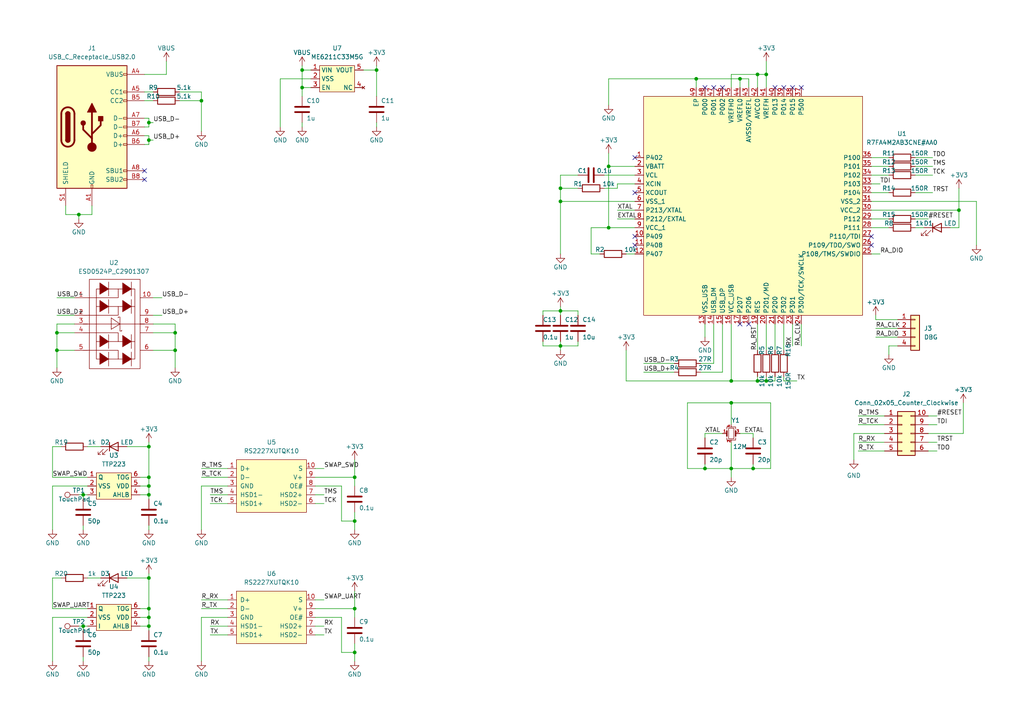
<source format=kicad_sch>
(kicad_sch (version 20230819) (generator eeschema)
  (paper "A4")
  (lib_symbols
    (symbol "Analog Switch:RS2227XUTQK10" (pin_names (offset 1.016))
      (property "Reference" "U" (at 0 10.16 0))
      (property "Value" "RS2227XUTQK10" (at 0 15.24 0))
      (symbol "RS2227XUTQK10_1_1"
        (pin bidirectional line (at -12.7 5.08 0) (length 2.54) (name "D+") (number "1"))
        (pin bidirectional line (at 12.7 5.08 180) (length 2.54) (name "S") (number "10"))
        (pin bidirectional line (at -12.7 2.54 0) (length 2.54) (name "D-") (number "2"))
        (pin power_in line (at -12.7 0 0) (length 2.54) (name "GND") (number "3"))
        (pin bidirectional line (at -12.7 -2.54 0) (length 2.54) (name "HSD1-") (number "4"))
        (pin bidirectional line (at -12.7 -5.08 0) (length 2.54) (name "HSD1+") (number "5"))
        (pin bidirectional line (at 12.7 -5.08 180) (length 2.54) (name "HSD2-") (number "6"))
        (pin bidirectional line (at 12.7 -2.54 180) (length 2.54) (name "HSD2+") (number "7"))
        (pin bidirectional line (at 12.7 0 180) (length 2.54) (name "OE#") (number "8"))
        (pin power_in line (at 12.7 2.54 180) (length 2.54) (name "V+") (number "9"))
      )
    )
    (symbol "Connector:TestPoint" (pin_numbers hide) (pin_names (offset 0.762) hide)
      (property "Reference" "TP" (at 0 6.858 0))
      (property "Value" "TestPoint" (at 0 5.08 0))
      (symbol "TestPoint_1_1"
        (pin passive line (at 0 0 90) (length 2.54) (name "1") (number "1"))
      )
    )
    (symbol "Connector:USB_C_Receptacle_USB2.0" (pin_names (offset 1.016))
      (property "Reference" "J" (at -10.16 19.05 0))
      (property "Value" "USB_C_Receptacle_USB2.0" (at 19.05 19.05 0))
      (symbol "USB_C_Receptacle_USB2.0_1_1"
        (pin passive line (at 0 -22.86 90) (length 5.08) (name "GND") (number "A1"))
        (pin passive line (at 0 -22.86 90) (length 5.08) hide (name "GND") (number "A12"))
        (pin passive line (at 15.24 15.24 180) (length 5.08) (name "VBUS") (number "A4"))
        (pin bidirectional line (at 15.24 10.16 180) (length 5.08) (name "CC1") (number "A5"))
        (pin bidirectional line (at 15.24 -2.54 180) (length 5.08) (name "D+") (number "A6"))
        (pin bidirectional line (at 15.24 2.54 180) (length 5.08) (name "D-") (number "A7"))
        (pin bidirectional line (at 15.24 -12.7 180) (length 5.08) (name "SBU1") (number "A8"))
        (pin passive line (at 15.24 15.24 180) (length 5.08) hide (name "VBUS") (number "A9"))
        (pin passive line (at 0 -22.86 90) (length 5.08) hide (name "GND") (number "B1"))
        (pin passive line (at 0 -22.86 90) (length 5.08) hide (name "GND") (number "B12"))
        (pin passive line (at 15.24 15.24 180) (length 5.08) hide (name "VBUS") (number "B4"))
        (pin bidirectional line (at 15.24 7.62 180) (length 5.08) (name "CC2") (number "B5"))
        (pin bidirectional line (at 15.24 -5.08 180) (length 5.08) (name "D+") (number "B6"))
        (pin bidirectional line (at 15.24 0 180) (length 5.08) (name "D-") (number "B7"))
        (pin bidirectional line (at 15.24 -15.24 180) (length 5.08) (name "SBU2") (number "B8"))
        (pin passive line (at 15.24 15.24 180) (length 5.08) hide (name "VBUS") (number "B9"))
        (pin passive line (at -7.62 -22.86 90) (length 5.08) (name "SHIELD") (number "S1"))
      )
    )
    (symbol "Connector_Generic:Conn_01x04" (pin_names (offset 1.016) hide)
      (property "Reference" "J" (at 0 5.08 0))
      (property "Value" "Conn_01x04" (at 0 -7.62 0))
      (symbol "Conn_01x04_1_1"
        (pin passive line (at -5.08 2.54 0) (length 3.81) (name "Pin_1") (number "1"))
        (pin passive line (at -5.08 0 0) (length 3.81) (name "Pin_2") (number "2"))
        (pin passive line (at -5.08 -2.54 0) (length 3.81) (name "Pin_3") (number "3"))
        (pin passive line (at -5.08 -5.08 0) (length 3.81) (name "Pin_4") (number "4"))
      )
    )
    (symbol "Connector_Generic:Conn_02x05_Counter_Clockwise" (pin_names (offset 1.016) hide)
      (property "Reference" "J" (at 1.27 7.62 0))
      (property "Value" "Conn_02x05_Counter_Clockwise" (at 1.27 -7.62 0))
      (symbol "Conn_02x05_Counter_Clockwise_1_1"
        (pin passive line (at -5.08 5.08 0) (length 3.81) (name "Pin_1") (number "1"))
        (pin passive line (at 7.62 5.08 180) (length 3.81) (name "Pin_10") (number "10"))
        (pin passive line (at -5.08 2.54 0) (length 3.81) (name "Pin_2") (number "2"))
        (pin passive line (at -5.08 0 0) (length 3.81) (name "Pin_3") (number "3"))
        (pin passive line (at -5.08 -2.54 0) (length 3.81) (name "Pin_4") (number "4"))
        (pin passive line (at -5.08 -5.08 0) (length 3.81) (name "Pin_5") (number "5"))
        (pin passive line (at 7.62 -5.08 180) (length 3.81) (name "Pin_6") (number "6"))
        (pin passive line (at 7.62 -2.54 180) (length 3.81) (name "Pin_7") (number "7"))
        (pin passive line (at 7.62 0 180) (length 3.81) (name "Pin_8") (number "8"))
        (pin passive line (at 7.62 2.54 180) (length 3.81) (name "Pin_9") (number "9"))
      )
    )
    (symbol "Device:C" (pin_numbers hide) (pin_names (offset 0.254))
      (property "Reference" "C" (at 0.635 2.54 0))
      (property "Value" "C" (at 0.635 -2.54 0))
      (symbol "C_1_1"
        (pin passive line (at 0 3.81 270) (length 2.794) (name "~") (number "1"))
        (pin passive line (at 0 -3.81 90) (length 2.794) (name "~") (number "2"))
      )
    )
    (symbol "Device:Crystal_GND24_Small" (pin_names (offset 1.016) hide)
      (property "Reference" "Y" (at 1.27 4.445 0))
      (property "Value" "Crystal_GND24_Small" (at 1.27 2.54 0))
      (symbol "Crystal_GND24_Small_1_1"
        (pin passive line (at -2.54 0 0) (length 1.27) (name "1") (number "1"))
        (pin passive line (at 0 -2.54 90) (length 0.635) (name "2") (number "2"))
        (pin passive line (at 2.54 0 180) (length 1.27) (name "3") (number "3"))
        (pin passive line (at 0 2.54 270) (length 0.635) (name "4") (number "4"))
      )
    )
    (symbol "Device:LED" (pin_numbers hide) (pin_names (offset 1.016) hide)
      (property "Reference" "D" (at 0 2.54 0))
      (property "Value" "LED" (at 0 -2.54 0))
      (symbol "LED_1_1"
        (pin passive line (at -3.81 0 0) (length 2.54) (name "K") (number "1"))
        (pin passive line (at 3.81 0 180) (length 2.54) (name "A") (number "2"))
      )
    )
    (symbol "Device:R" (pin_numbers hide) (pin_names (offset 0))
      (property "Reference" "R" (at 2.032 0 90))
      (property "Value" "R" (at 0 0 90))
      (symbol "R_1_1"
        (pin passive line (at 0 3.81 270) (length 1.27) (name "~") (number "1"))
        (pin passive line (at 0 -3.81 90) (length 1.27) (name "~") (number "2"))
      )
    )
    (symbol "ESD-TVS:ESD0524P_C2901307" (pin_names (offset 1.016) hide)
      (property "Reference" "U" (at 0 15.494 0))
      (property "Value" "ESD0524P_C2901307" (at 0 20.574 0))
      (symbol "ESD0524P_C2901307_1_1"
        (pin passive line (at -12.7 7.62 0) (length 3.81) (name "1") (number "1"))
        (pin passive line (at 10.16 7.62 180) (length 3.81) (name "10") (number "10"))
        (pin passive line (at -12.7 2.54 0) (length 3.81) (name "2") (number "2"))
        (pin passive line (at -12.7 0 0) (length 3.81) (name "3") (number "3"))
        (pin passive line (at -12.7 -2.54 0) (length 3.81) (name "4") (number "4"))
        (pin passive line (at -12.7 -7.62 0) (length 3.81) (name "5") (number "5"))
        (pin passive line (at 10.16 -7.62 180) (length 3.81) (name "6") (number "6"))
        (pin passive line (at 10.16 -2.54 180) (length 3.81) (name "7") (number "7"))
        (pin passive line (at 10.16 0 180) (length 3.81) (name "8") (number "8"))
        (pin passive line (at 10.16 2.54 180) (length 3.81) (name "9") (number "9"))
      )
    )
    (symbol "LDO:ME6211CxxM5G"
      (property "Reference" "U" (at -5.08 5.08 0))
      (property "Value" "ME6211CxxM5G" (at -5.08 0 0))
      (symbol "ME6211CxxM5G_1_1"
        (pin power_in line (at -7.62 2.54 0) (length 2.54) (name "VIN") (number "1"))
        (pin power_in line (at -7.62 0 0) (length 2.54) (name "VSS") (number "2"))
        (pin bidirectional line (at -7.62 -2.54 0) (length 2.54) (name "EN") (number "3"))
        (pin no_connect line (at 7.62 -2.54 180) (length 2.54) (name "NC") (number "4"))
        (pin power_out line (at 7.62 2.54 180) (length 2.54) (name "VOUT") (number "5"))
      )
    )
    (symbol "Renesas MCU:R7FA4M2AB3CNE#AA0"
      (property "Reference" "U" (at 49.53 27.94 0))
      (property "Value" "R7FA4M2AB3CNE#AA0" (at 46.99 22.86 0))
      (symbol "R7FA4M2AB3CNE#AA0_1_1"
        (pin passive line (at -5.08 7.62 0) (length 2.54) (name "P402") (number "1"))
        (pin passive line (at -5.08 -15.24 0) (length 2.54) (name "P409") (number "10"))
        (pin passive line (at -5.08 -17.78 0) (length 2.54) (name "P408") (number "11"))
        (pin passive line (at -5.08 -20.32 0) (length 2.54) (name "P407") (number "12"))
        (pin passive line (at 15.24 -40.64 90) (length 2.54) (name "VSS_USB") (number "13"))
        (pin passive line (at 17.78 -40.64 90) (length 2.54) (name "USB_DM") (number "14"))
        (pin passive line (at 20.32 -40.64 90) (length 2.54) (name "USB_DP") (number "15"))
        (pin passive line (at 22.86 -40.64 90) (length 2.54) (name "VCC_USB") (number "16"))
        (pin passive line (at 25.4 -40.64 90) (length 2.54) (name "P207") (number "17"))
        (pin passive line (at 27.94 -40.64 90) (length 2.54) (name "P206") (number "18"))
        (pin passive line (at 30.48 -40.64 90) (length 2.54) (name "RES") (number "19"))
        (pin passive line (at -5.08 5.08 0) (length 2.54) (name "VBATT") (number "2"))
        (pin passive line (at 33.02 -40.64 90) (length 2.54) (name "P201/MD") (number "20"))
        (pin passive line (at 35.56 -40.64 90) (length 2.54) (name "P200") (number "21"))
        (pin passive line (at 38.1 -40.64 90) (length 2.54) (name "P302") (number "22"))
        (pin passive line (at 40.64 -40.64 90) (length 2.54) (name "P301") (number "23"))
        (pin passive line (at 43.18 -40.64 90) (length 2.54) (name "P300/TCK/SWCLK") (number "24"))
        (pin passive line (at 63.5 -20.32 180) (length 2.54) (name "P108/TMS/SWDIO") (number "25"))
        (pin passive line (at 63.5 -17.78 180) (length 2.54) (name "P109/TDO/SWO") (number "26"))
        (pin passive line (at 63.5 -15.24 180) (length 2.54) (name "P110/TDI") (number "27"))
        (pin passive line (at 63.5 -12.7 180) (length 2.54) (name "P111") (number "28"))
        (pin passive line (at 63.5 -10.16 180) (length 2.54) (name "P112") (number "29"))
        (pin passive line (at -5.08 2.54 0) (length 2.54) (name "VCL") (number "3"))
        (pin passive line (at 63.5 -7.62 180) (length 2.54) (name "VCC_2") (number "30"))
        (pin passive line (at 63.5 -5.08 180) (length 2.54) (name "VSS_2") (number "31"))
        (pin passive line (at 63.5 -2.54 180) (length 2.54) (name "P104") (number "32"))
        (pin passive line (at 63.5 0 180) (length 2.54) (name "P103") (number "33"))
        (pin passive line (at 63.5 2.54 180) (length 2.54) (name "P102") (number "34"))
        (pin passive line (at 63.5 5.08 180) (length 2.54) (name "P101") (number "35"))
        (pin passive line (at 63.5 7.62 180) (length 2.54) (name "P100") (number "36"))
        (pin passive line (at 43.18 27.94 270) (length 2.54) (name "P500") (number "37"))
        (pin passive line (at 40.64 27.94 270) (length 2.54) (name "P015") (number "38"))
        (pin passive line (at 38.1 27.94 270) (length 2.54) (name "P014") (number "39"))
        (pin passive line (at -5.08 0 0) (length 2.54) (name "XCIN") (number "4"))
        (pin passive line (at 35.56 27.94 270) (length 2.54) (name "P013") (number "40"))
        (pin passive line (at 33.02 27.94 270) (length 2.54) (name "VREFH") (number "41"))
        (pin passive line (at 30.48 27.94 270) (length 2.54) (name "AVCC0") (number "42"))
        (pin passive line (at 27.94 27.94 270) (length 2.54) (name "AVSS0/VREFL") (number "43"))
        (pin passive line (at 25.4 27.94 270) (length 2.54) (name "VREFL0") (number "44"))
        (pin passive line (at 22.86 27.94 270) (length 2.54) (name "VREFH0") (number "45"))
        (pin passive line (at 20.32 27.94 270) (length 2.54) (name "P002") (number "46"))
        (pin passive line (at 17.78 27.94 270) (length 2.54) (name "P001") (number "47"))
        (pin passive line (at 15.24 27.94 270) (length 2.54) (name "P000") (number "48"))
        (pin passive line (at 12.7 27.94 270) (length 2.54) (name "EP") (number "49"))
        (pin passive line (at -5.08 -2.54 0) (length 2.54) (name "XCOUT") (number "5"))
        (pin passive line (at -5.08 -5.08 0) (length 2.54) (name "VSS_1") (number "6"))
        (pin passive line (at -5.08 -7.62 0) (length 2.54) (name "P213/XTAL") (number "7"))
        (pin passive line (at -5.08 -10.16 0) (length 2.54) (name "P212/EXTAL") (number "8"))
        (pin passive line (at -5.08 -12.7 0) (length 2.54) (name "VCC_1") (number "9"))
      )
    )
    (symbol "Touch IC:TTP223"
      (property "Reference" "U" (at -1.27 8.89 0))
      (property "Value" "TTP223" (at -3.81 0 0))
      (symbol "TTP223_1_1"
        (pin bidirectional line (at -7.62 2.54 0) (length 2.54) (name "Q") (number "1"))
        (pin power_in line (at -7.62 0 0) (length 2.54) (name "VSS") (number "2"))
        (pin bidirectional line (at -7.62 -2.54 0) (length 2.54) (name "I") (number "3"))
        (pin bidirectional line (at 7.62 -2.54 180) (length 2.54) (name "AHLB") (number "4"))
        (pin power_in line (at 7.62 0 180) (length 2.54) (name "VDD") (number "5"))
        (pin bidirectional line (at 7.62 2.54 180) (length 2.54) (name "TOG") (number "6"))
      )
    )
    (symbol "power:+3V3" (power) (pin_names (offset 0))
      (property "Value" "+3V3" (at 0 3.556 0))
      (symbol "+3V3_1_1"
        (pin power_in line (at 0 0 90) (length 0) hide (name "+3V3") (number "1"))
      )
    )
    (symbol "power:GND" (power) (pin_names (offset 0))
      (property "Value" "GND" (at 0 -3.81 0))
      (symbol "GND_1_1"
        (pin power_in line (at 0 0 270) (length 0) hide (name "GND") (number "1"))
      )
    )
    (symbol "power:VBUS" (power) (pin_names (offset 0))
      (property "Value" "VBUS" (at 0 3.81 0))
      (symbol "VBUS_1_1"
        (pin power_in line (at 0 0 90) (length 0) hide (name "VBUS") (number "1"))
      )
    )
  )
  (junction (at 201.93 22.86))
  (junction (at 222.25 110.49))
  (junction (at 102.87 138.43))
  (junction (at 43.18 40.64))
  (junction (at 16.51 101.6))
  (junction (at 43.18 167.64))
  (junction (at 24.13 143.51))
  (junction (at 278.13 60.96))
  (junction (at 212.09 116.84))
  (junction (at 43.18 129.54))
  (junction (at 214.63 22.86))
  (junction (at 43.18 179.07))
  (junction (at 212.09 110.49))
  (junction (at 50.8 96.52))
  (junction (at 219.71 21.59))
  (junction (at 176.53 48.26))
  (junction (at 204.47 135.89))
  (junction (at 102.87 176.53))
  (junction (at 102.87 151.13))
  (junction (at 102.87 189.23))
  (junction (at 218.44 135.89))
  (junction (at 87.63 20.32))
  (junction (at 162.56 58.42))
  (junction (at 22.86 62.23))
  (junction (at 16.51 96.52))
  (junction (at 43.18 140.97))
  (junction (at 176.53 66.04))
  (junction (at 162.56 54.61))
  (junction (at 58.42 29.21))
  (junction (at 43.18 176.53))
  (junction (at 109.22 20.32))
  (junction (at 219.71 110.49))
  (junction (at 24.13 181.61))
  (junction (at 43.18 35.56))
  (junction (at 212.09 135.89))
  (junction (at 43.18 181.61))
  (junction (at 162.56 90.17))
  (junction (at 43.18 143.51))
  (junction (at 162.56 100.33))
  (junction (at 222.25 21.59))
  (junction (at 43.18 138.43))
  (junction (at 87.63 25.4))
  (junction (at 50.8 101.6))
  (no_connect (at 184.15 68.58))
  (no_connect (at 252.73 71.12))
  (no_connect (at 41.91 49.53))
  (no_connect (at 227.33 25.4))
  (no_connect (at 229.87 25.4))
  (no_connect (at 204.47 25.4))
  (no_connect (at 209.55 25.4))
  (no_connect (at 232.41 25.4))
  (no_connect (at 184.15 55.88))
  (no_connect (at 224.79 25.4))
  (no_connect (at 214.63 93.98))
  (no_connect (at 41.91 52.07))
  (no_connect (at 217.17 93.98))
  (no_connect (at 184.15 71.12))
  (no_connect (at 207.01 25.4))
  (no_connect (at 184.15 45.72))
  (no_connect (at 252.73 68.58))
  (wire (pts (xy 252.73 58.42) (xy 283.21 58.42)))
  (wire (pts (xy 212.09 25.4) (xy 212.09 21.59)))
  (wire (pts (xy 265.43 66.04) (xy 267.97 66.04)))
  (wire (pts (xy 22.86 62.23) (xy 22.86 63.5)))
  (wire (pts (xy 219.71 21.59) (xy 219.71 25.4)))
  (wire (pts (xy 87.63 19.05) (xy 87.63 20.32)))
  (wire (pts (xy 58.42 26.67) (xy 58.42 29.21)))
  (wire (pts (xy 222.25 25.4) (xy 222.25 21.59)))
  (wire (pts (xy 162.56 58.42) (xy 184.15 58.42)))
  (wire (pts (xy 43.18 190.5) (xy 43.18 191.77)))
  (wire (pts (xy 162.56 58.42) (xy 162.56 73.66)))
  (wire (pts (xy 90.17 22.86) (xy 81.28 22.86)))
  (wire (pts (xy 157.48 91.44) (xy 157.48 90.17)))
  (wire (pts (xy 43.18 176.53) (xy 43.18 179.07)))
  (wire (pts (xy 25.4 129.54) (xy 29.21 129.54)))
  (wire (pts (xy 260.35 92.71) (xy 254 92.71)))
  (wire (pts (xy 269.24 123.19) (xy 271.78 123.19)))
  (wire (pts (xy 224.79 93.98) (xy 224.79 101.6)))
  (wire (pts (xy 252.73 63.5) (xy 257.81 63.5)))
  (wire (pts (xy 43.18 181.61) (xy 40.64 181.61)))
  (wire (pts (xy 24.13 190.5) (xy 24.13 191.77)))
  (wire (pts (xy 227.33 110.49) (xy 227.33 109.22)))
  (wire (pts (xy 231.14 110.49) (xy 227.33 110.49)))
  (wire (pts (xy 212.09 116.84) (xy 223.52 116.84)))
  (wire (pts (xy 99.06 189.23) (xy 102.87 189.23)))
  (wire (pts (xy 24.13 181.61) (xy 24.13 182.88)))
  (wire (pts (xy 176.53 22.86) (xy 176.53 30.48)))
  (wire (pts (xy 21.59 93.98) (xy 16.51 93.98)))
  (wire (pts (xy 222.25 17.78) (xy 222.25 21.59)))
  (wire (pts (xy 254 95.25) (xy 260.35 95.25)))
  (wire (pts (xy 43.18 167.64) (xy 43.18 176.53)))
  (wire (pts (xy 60.96 181.61) (xy 66.04 181.61)))
  (wire (pts (xy 275.59 66.04) (xy 278.13 66.04)))
  (wire (pts (xy 66.04 140.97) (xy 58.42 140.97)))
  (wire (pts (xy 43.18 41.91) (xy 41.91 41.91)))
  (wire (pts (xy 254 97.79) (xy 260.35 97.79)))
  (wire (pts (xy 222.25 21.59) (xy 219.71 21.59)))
  (wire (pts (xy 212.09 93.98) (xy 212.09 110.49)))
  (wire (pts (xy 179.07 63.5) (xy 184.15 63.5)))
  (wire (pts (xy 224.79 109.22) (xy 224.79 110.49)))
  (wire (pts (xy 43.18 35.56) (xy 44.45 35.56)))
  (wire (pts (xy 223.52 116.84) (xy 223.52 135.89)))
  (wire (pts (xy 87.63 20.32) (xy 90.17 20.32)))
  (wire (pts (xy 279.4 116.84) (xy 279.4 125.73)))
  (wire (pts (xy 247.65 125.73) (xy 256.54 125.73)))
  (wire (pts (xy 269.24 130.81) (xy 271.78 130.81)))
  (wire (pts (xy 58.42 140.97) (xy 58.42 153.67)))
  (wire (pts (xy 219.71 109.22) (xy 219.71 110.49)))
  (wire (pts (xy 44.45 91.44) (xy 46.99 91.44)))
  (wire (pts (xy 91.44 184.15) (xy 93.98 184.15)))
  (wire (pts (xy 16.51 96.52) (xy 16.51 101.6)))
  (wire (pts (xy 269.24 128.27) (xy 271.78 128.27)))
  (wire (pts (xy 15.24 176.53) (xy 25.4 176.53)))
  (wire (pts (xy 40.64 179.07) (xy 43.18 179.07)))
  (wire (pts (xy 22.86 143.51) (xy 24.13 143.51)))
  (wire (pts (xy 25.4 179.07) (xy 15.24 179.07)))
  (wire (pts (xy 19.05 62.23) (xy 22.86 62.23)))
  (wire (pts (xy 162.56 99.06) (xy 162.56 100.33)))
  (wire (pts (xy 87.63 20.32) (xy 87.63 25.4)))
  (wire (pts (xy 212.09 116.84) (xy 199.39 116.84)))
  (wire (pts (xy 157.48 90.17) (xy 162.56 90.17)))
  (wire (pts (xy 162.56 90.17) (xy 162.56 91.44)))
  (wire (pts (xy 175.26 54.61) (xy 179.07 54.61)))
  (wire (pts (xy 25.4 140.97) (xy 15.24 140.97)))
  (wire (pts (xy 58.42 29.21) (xy 58.42 38.1)))
  (wire (pts (xy 175.26 50.8) (xy 184.15 50.8)))
  (wire (pts (xy 176.53 22.86) (xy 201.93 22.86)))
  (wire (pts (xy 41.91 26.67) (xy 44.45 26.67)))
  (wire (pts (xy 60.96 143.51) (xy 66.04 143.51)))
  (wire (pts (xy 43.18 34.29) (xy 43.18 35.56)))
  (wire (pts (xy 219.71 93.98) (xy 219.71 101.6)))
  (wire (pts (xy 16.51 101.6) (xy 16.51 106.68)))
  (wire (pts (xy 162.56 90.17) (xy 167.64 90.17)))
  (wire (pts (xy 41.91 29.21) (xy 44.45 29.21)))
  (wire (pts (xy 66.04 179.07) (xy 58.42 179.07)))
  (wire (pts (xy 186.69 105.41) (xy 195.58 105.41)))
  (wire (pts (xy 58.42 176.53) (xy 66.04 176.53)))
  (wire (pts (xy 162.56 100.33) (xy 167.64 100.33)))
  (wire (pts (xy 252.73 55.88) (xy 257.81 55.88)))
  (wire (pts (xy 184.15 66.04) (xy 176.53 66.04)))
  (wire (pts (xy 15.24 179.07) (xy 15.24 191.77)))
  (wire (pts (xy 157.48 100.33) (xy 162.56 100.33)))
  (wire (pts (xy 162.56 54.61) (xy 162.56 58.42)))
  (wire (pts (xy 105.41 20.32) (xy 109.22 20.32)))
  (wire (pts (xy 214.63 22.86) (xy 217.17 22.86)))
  (wire (pts (xy 87.63 35.56) (xy 87.63 36.83)))
  (wire (pts (xy 283.21 58.42) (xy 283.21 71.12)))
  (wire (pts (xy 91.44 179.07) (xy 99.06 179.07)))
  (wire (pts (xy 222.25 109.22) (xy 222.25 110.49)))
  (wire (pts (xy 43.18 128.27) (xy 43.18 129.54)))
  (wire (pts (xy 176.53 48.26) (xy 184.15 48.26)))
  (wire (pts (xy 50.8 101.6) (xy 50.8 106.68)))
  (wire (pts (xy 102.87 189.23) (xy 102.87 191.77)))
  (wire (pts (xy 99.06 151.13) (xy 102.87 151.13)))
  (wire (pts (xy 36.83 129.54) (xy 43.18 129.54)))
  (wire (pts (xy 278.13 54.61) (xy 278.13 60.96)))
  (wire (pts (xy 179.07 60.96) (xy 184.15 60.96)))
  (wire (pts (xy 102.87 138.43) (xy 102.87 140.97)))
  (wire (pts (xy 24.13 143.51) (xy 25.4 143.51)))
  (wire (pts (xy 218.44 134.62) (xy 218.44 135.89)))
  (wire (pts (xy 179.07 53.34) (xy 184.15 53.34)))
  (wire (pts (xy 102.87 176.53) (xy 102.87 179.07)))
  (wire (pts (xy 102.87 171.45) (xy 102.87 176.53)))
  (wire (pts (xy 43.18 35.56) (xy 43.18 36.83)))
  (wire (pts (xy 181.61 73.66) (xy 184.15 73.66)))
  (wire (pts (xy 43.18 166.37) (xy 43.18 167.64)))
  (wire (pts (xy 219.71 110.49) (xy 212.09 110.49)))
  (wire (pts (xy 227.33 93.98) (xy 227.33 101.6)))
  (wire (pts (xy 209.55 107.95) (xy 209.55 93.98)))
  (wire (pts (xy 254 91.44) (xy 254 92.71)))
  (wire (pts (xy 265.43 45.72) (xy 270.51 45.72)))
  (wire (pts (xy 40.64 140.97) (xy 43.18 140.97)))
  (wire (pts (xy 212.09 135.89) (xy 212.09 138.43)))
  (wire (pts (xy 212.09 21.59) (xy 219.71 21.59)))
  (wire (pts (xy 176.53 48.26) (xy 176.53 66.04)))
  (wire (pts (xy 173.99 73.66) (xy 171.45 73.66)))
  (wire (pts (xy 16.51 96.52) (xy 21.59 96.52)))
  (wire (pts (xy 22.86 62.23) (xy 26.67 62.23)))
  (wire (pts (xy 25.4 167.64) (xy 29.21 167.64)))
  (wire (pts (xy 15.24 129.54) (xy 15.24 138.43)))
  (wire (pts (xy 181.61 101.6) (xy 181.61 110.49)))
  (wire (pts (xy 252.73 53.34) (xy 255.27 53.34)))
  (wire (pts (xy 50.8 93.98) (xy 50.8 96.52)))
  (wire (pts (xy 40.64 176.53) (xy 43.18 176.53)))
  (wire (pts (xy 58.42 179.07) (xy 58.42 191.77)))
  (wire (pts (xy 201.93 22.86) (xy 214.63 22.86)))
  (wire (pts (xy 43.18 39.37) (xy 43.18 40.64)))
  (wire (pts (xy 167.64 50.8) (xy 162.56 50.8)))
  (wire (pts (xy 91.44 181.61) (xy 93.98 181.61)))
  (wire (pts (xy 199.39 116.84) (xy 199.39 135.89)))
  (wire (pts (xy 162.56 100.33) (xy 162.56 101.6)))
  (wire (pts (xy 218.44 135.89) (xy 212.09 135.89)))
  (wire (pts (xy 248.92 123.19) (xy 256.54 123.19)))
  (wire (pts (xy 60.96 146.05) (xy 66.04 146.05)))
  (wire (pts (xy 60.96 184.15) (xy 66.04 184.15)))
  (wire (pts (xy 269.24 120.65) (xy 271.78 120.65)))
  (wire (pts (xy 248.92 120.65) (xy 256.54 120.65)))
  (wire (pts (xy 90.17 25.4) (xy 87.63 25.4)))
  (wire (pts (xy 52.07 26.67) (xy 58.42 26.67)))
  (wire (pts (xy 43.18 152.4) (xy 43.18 153.67)))
  (wire (pts (xy 265.43 63.5) (xy 269.24 63.5)))
  (wire (pts (xy 91.44 140.97) (xy 99.06 140.97)))
  (wire (pts (xy 162.56 88.9) (xy 162.56 90.17)))
  (wire (pts (xy 44.45 93.98) (xy 50.8 93.98)))
  (wire (pts (xy 247.65 133.35) (xy 247.65 125.73)))
  (wire (pts (xy 43.18 40.64) (xy 44.45 40.64)))
  (wire (pts (xy 157.48 99.06) (xy 157.48 100.33)))
  (wire (pts (xy 186.69 107.95) (xy 195.58 107.95)))
  (wire (pts (xy 91.44 143.51) (xy 93.98 143.51)))
  (wire (pts (xy 91.44 176.53) (xy 102.87 176.53)))
  (wire (pts (xy 26.67 62.23) (xy 26.67 59.69)))
  (wire (pts (xy 102.87 186.69) (xy 102.87 189.23)))
  (wire (pts (xy 252.73 45.72) (xy 257.81 45.72)))
  (wire (pts (xy 24.13 152.4) (xy 24.13 153.67)))
  (wire (pts (xy 222.25 93.98) (xy 222.25 101.6)))
  (wire (pts (xy 99.06 140.97) (xy 99.06 151.13)))
  (wire (pts (xy 52.07 29.21) (xy 58.42 29.21)))
  (wire (pts (xy 248.92 130.81) (xy 256.54 130.81)))
  (wire (pts (xy 17.78 129.54) (xy 15.24 129.54)))
  (wire (pts (xy 203.2 105.41) (xy 207.01 105.41)))
  (wire (pts (xy 204.47 125.73) (xy 209.55 125.73)))
  (wire (pts (xy 265.43 50.8) (xy 270.51 50.8)))
  (wire (pts (xy 199.39 135.89) (xy 204.47 135.89)))
  (wire (pts (xy 179.07 54.61) (xy 179.07 53.34)))
  (wire (pts (xy 252.73 50.8) (xy 257.81 50.8)))
  (wire (pts (xy 214.63 125.73) (xy 218.44 125.73)))
  (wire (pts (xy 15.24 167.64) (xy 15.24 176.53)))
  (wire (pts (xy 269.24 125.73) (xy 279.4 125.73)))
  (wire (pts (xy 17.78 167.64) (xy 15.24 167.64)))
  (wire (pts (xy 43.18 143.51) (xy 43.18 144.78)))
  (wire (pts (xy 58.42 135.89) (xy 66.04 135.89)))
  (wire (pts (xy 58.42 138.43) (xy 66.04 138.43)))
  (wire (pts (xy 203.2 107.95) (xy 209.55 107.95)))
  (wire (pts (xy 91.44 146.05) (xy 93.98 146.05)))
  (wire (pts (xy 48.26 17.78) (xy 48.26 21.59)))
  (wire (pts (xy 252.73 60.96) (xy 278.13 60.96)))
  (wire (pts (xy 207.01 93.98) (xy 207.01 105.41)))
  (wire (pts (xy 43.18 36.83) (xy 41.91 36.83)))
  (wire (pts (xy 43.18 129.54) (xy 43.18 138.43)))
  (wire (pts (xy 167.64 90.17) (xy 167.64 91.44)))
  (wire (pts (xy 16.51 86.36) (xy 21.59 86.36)))
  (wire (pts (xy 44.45 96.52) (xy 50.8 96.52)))
  (wire (pts (xy 41.91 21.59) (xy 48.26 21.59)))
  (wire (pts (xy 204.47 125.73) (xy 204.47 127)))
  (wire (pts (xy 91.44 173.99) (xy 93.98 173.99)))
  (wire (pts (xy 91.44 135.89) (xy 93.98 135.89)))
  (wire (pts (xy 50.8 96.52) (xy 50.8 101.6)))
  (wire (pts (xy 167.64 100.33) (xy 167.64 99.06)))
  (wire (pts (xy 232.41 93.98) (xy 232.41 100.33)))
  (wire (pts (xy 260.35 100.33) (xy 257.81 100.33)))
  (wire (pts (xy 44.45 86.36) (xy 46.99 86.36)))
  (wire (pts (xy 19.05 59.69) (xy 19.05 62.23)))
  (wire (pts (xy 212.09 123.19) (xy 212.09 116.84)))
  (wire (pts (xy 44.45 101.6) (xy 50.8 101.6)))
  (wire (pts (xy 257.81 100.33) (xy 257.81 102.87)))
  (wire (pts (xy 16.51 101.6) (xy 21.59 101.6)))
  (wire (pts (xy 212.09 110.49) (xy 181.61 110.49)))
  (wire (pts (xy 43.18 179.07) (xy 43.18 181.61)))
  (wire (pts (xy 265.43 55.88) (xy 270.51 55.88)))
  (wire (pts (xy 41.91 39.37) (xy 43.18 39.37)))
  (wire (pts (xy 91.44 138.43) (xy 102.87 138.43)))
  (wire (pts (xy 162.56 54.61) (xy 167.64 54.61)))
  (wire (pts (xy 248.92 128.27) (xy 256.54 128.27)))
  (wire (pts (xy 99.06 179.07) (xy 99.06 189.23)))
  (wire (pts (xy 16.51 93.98) (xy 16.51 96.52)))
  (wire (pts (xy 217.17 25.4) (xy 217.17 22.86)))
  (wire (pts (xy 41.91 34.29) (xy 43.18 34.29)))
  (wire (pts (xy 58.42 173.99) (xy 66.04 173.99)))
  (wire (pts (xy 43.18 138.43) (xy 43.18 140.97)))
  (wire (pts (xy 24.13 143.51) (xy 24.13 144.78)))
  (wire (pts (xy 102.87 151.13) (xy 102.87 153.67)))
  (wire (pts (xy 223.52 135.89) (xy 218.44 135.89)))
  (wire (pts (xy 81.28 22.86) (xy 81.28 36.83)))
  (wire (pts (xy 212.09 135.89) (xy 212.09 128.27)))
  (wire (pts (xy 204.47 93.98) (xy 204.47 97.79)))
  (wire (pts (xy 24.13 181.61) (xy 25.4 181.61)))
  (wire (pts (xy 15.24 138.43) (xy 25.4 138.43)))
  (wire (pts (xy 265.43 48.26) (xy 270.51 48.26)))
  (wire (pts (xy 252.73 73.66) (xy 255.27 73.66)))
  (wire (pts (xy 224.79 110.49) (xy 222.25 110.49)))
  (wire (pts (xy 218.44 127) (xy 218.44 125.73)))
  (wire (pts (xy 43.18 40.64) (xy 43.18 41.91)))
  (wire (pts (xy 43.18 140.97) (xy 43.18 143.51)))
  (wire (pts (xy 43.18 143.51) (xy 40.64 143.51)))
  (wire (pts (xy 40.64 138.43) (xy 43.18 138.43)))
  (wire (pts (xy 43.18 181.61) (xy 43.18 182.88)))
  (wire (pts (xy 22.86 181.61) (xy 24.13 181.61)))
  (wire (pts (xy 109.22 20.32) (xy 109.22 27.94)))
  (wire (pts (xy 252.73 66.04) (xy 257.81 66.04)))
  (wire (pts (xy 102.87 133.35) (xy 102.87 138.43)))
  (wire (pts (xy 87.63 25.4) (xy 87.63 27.94)))
  (wire (pts (xy 162.56 50.8) (xy 162.56 54.61)))
  (wire (pts (xy 171.45 66.04) (xy 176.53 66.04)))
  (wire (pts (xy 16.51 91.44) (xy 21.59 91.44)))
  (wire (pts (xy 204.47 134.62) (xy 204.47 135.89)))
  (wire (pts (xy 109.22 35.56) (xy 109.22 36.83)))
  (wire (pts (xy 171.45 73.66) (xy 171.45 66.04)))
  (wire (pts (xy 176.53 44.45) (xy 176.53 48.26)))
  (wire (pts (xy 102.87 148.59) (xy 102.87 151.13)))
  (wire (pts (xy 222.25 110.49) (xy 219.71 110.49)))
  (wire (pts (xy 15.24 140.97) (xy 15.24 153.67)))
  (wire (pts (xy 36.83 167.64) (xy 43.18 167.64)))
  (wire (pts (xy 214.63 22.86) (xy 214.63 25.4)))
  (wire (pts (xy 109.22 19.05) (xy 109.22 20.32)))
  (wire (pts (xy 278.13 60.96) (xy 278.13 66.04)))
  (wire (pts (xy 252.73 48.26) (xy 257.81 48.26)))
  (wire (pts (xy 229.87 93.98) (xy 229.87 100.33)))
  (wire (pts (xy 204.47 135.89) (xy 212.09 135.89)))
  (wire (pts (xy 201.93 22.86) (xy 201.93 25.4)))
  (label "SWAP_SWD" (at 93.98 135.89 0))
  (label "TDI" (at 271.78 123.19 0))
  (label "USB_D+" (at 16.51 91.44 0))
  (label "#RESET" (at 269.24 63.5 0))
  (label "SWAP_UART" (at 15.24 176.53 0))
  (label "USB_D-" (at 44.45 35.56 0))
  (label "EXTAL" (at 179.07 63.5 0))
  (label "USB_D+" (at 46.99 91.44 0))
  (label "RX" (at 229.87 100.33 90))
  (label "USB_D+" (at 44.45 40.64 0))
  (label "TCK" (at 93.98 146.05 0))
  (label "TX" (at 231.14 110.49 0))
  (label "SWAP_UART" (at 93.98 173.99 0))
  (label "TCK" (at 60.96 146.05 0))
  (label "R_RX" (at 248.92 128.27 0))
  (label "RA_DIO" (at 255.27 73.66 0))
  (label "R_TMS" (at 248.92 120.65 0))
  (label "USB_D+" (at 186.69 107.95 0))
  (label "USB_D-" (at 46.99 86.36 0))
  (label "TCK" (at 270.51 50.8 0))
  (label "RA_CLK" (at 254 95.25 0))
  (label "RA_CLK" (at 232.41 100.33 90))
  (label "RX" (at 60.96 181.61 0))
  (label "R_TX" (at 248.92 130.81 0))
  (label "TMS" (at 60.96 143.51 0))
  (label "TDO" (at 271.78 130.81 0))
  (label "TX" (at 60.96 184.15 0))
  (label "R_TCK" (at 58.42 138.43 0))
  (label "#RESET" (at 271.78 120.65 0))
  (label "R_TMS" (at 58.42 135.89 0))
  (label "R_TX" (at 58.42 176.53 0))
  (label "RX" (at 93.98 181.61 0))
  (label "R_TCK" (at 248.92 123.19 0))
  (label "TMS" (at 93.98 143.51 0))
  (label "TDO" (at 270.51 45.72 0))
  (label "XTAL" (at 179.07 60.96 0))
  (label "TRST" (at 270.51 55.88 0))
  (label "TMS" (at 270.51 48.26 0))
  (label "USB_D-" (at 186.69 105.41 0))
  (label "TRST" (at 271.78 128.27 0))
  (label "XTAL" (at 204.47 125.73 0))
  (label "RA_RST" (at 219.71 101.6 90))
  (label "RA_DIO" (at 254 97.79 0))
  (label "TDI" (at 255.27 53.34 0))
  (label "TX" (at 93.98 184.15 0))
  (label "USB_D-" (at 16.51 86.36 0))
  (label "R_RX" (at 58.42 173.99 0))
  (label "SWAP_SWD" (at 15.24 138.43 0))
  (label "EXTAL" (at 215.9 125.73 0))
  (symbol (lib_id "Connector:USB_C_Receptacle_USB2.0") (at 26.67 36.83 0) (unit 1)
    (property "Reference" "J1" (at 26.67 13.97 0))
    (property "Value" "USB_C_Receptacle_USB2.0" (at 26.67 16.51 0))
    (property "Footprint" "Connector_USB:USB_C_Receptacle_G-Switch_GT-USB-7010ASV" (effects hide))
    (property "Datasheet" "https://www.usb.org/sites/default/files/documents/usb_type-c.zip" (effects hide))
    (property "Description" "USB 2.0-only Type-C Receptacle connector" (effects hide))
  )
  (symbol (lib_id "power:+3V3") (at 162.56 88.9 0) (unit 1)
    (property "Reference" "#PWR036" (effects hide))
    (property "Value" "+3V3" (at 162.56 85.09 0))
    (property "Description" "Power symbol creates a global label with name \"+3V3\"" (effects hide))
  )
  (symbol (lib_id "power:GND") (at 50.8 106.68 0) (unit 1)
    (property "Reference" "#PWR014" (effects hide))
    (property "Value" "GND" (at 50.8 110.49 0))
    (property "Description" "Power symbol creates a global label with name \"GND\" , ground" (effects hide))
  )
  (symbol (lib_id "power:GND") (at 15.24 191.77 0) (unit 1)
    (property "Reference" "#PWR019" (effects hide))
    (property "Value" "GND" (at 15.24 195.58 0))
    (property "Description" "Power symbol creates a global label with name \"GND\" , ground" (effects hide))
  )
  (symbol (lib_id "power:GND") (at 43.18 191.77 0) (unit 1)
    (property "Reference" "#PWR022" (effects hide))
    (property "Value" "GND" (at 43.18 195.58 0))
    (property "Description" "Power symbol creates a global label with name \"GND\" , ground" (effects hide))
  )
  (symbol (lib_id "power:+3V3") (at 43.18 128.27 0) (unit 1)
    (property "Reference" "#PWR015" (effects hide))
    (property "Value" "+3V3" (at 43.18 124.46 0))
    (property "Description" "Power symbol creates a global label with name \"+3V3\"" (effects hide))
  )
  (symbol (lib_id "LDO:ME6211CxxM5G") (at 97.79 22.86 0) (unit 1)
    (property "Reference" "U7" (at 97.79 13.97 0))
    (property "Value" "ME6211C33M5G" (at 97.79 16.51 0))
    (property "Footprint" "Package_TO_SOT_SMD:SOT-23-5" (effects hide))
  )
  (symbol (lib_id "power:+3V3") (at 43.18 166.37 0) (unit 1)
    (property "Reference" "#PWR021" (effects hide))
    (property "Value" "+3V3" (at 43.18 162.56 0))
    (property "Description" "Power symbol creates a global label with name \"+3V3\"" (effects hide))
  )
  (symbol (lib_id "Device:C") (at 24.13 148.59 0) (unit 1)
    (property "Reference" "C5" (at 25.4 146.05 0) (effects (justify left)))
    (property "Value" "50p" (at 25.4 151.13 0) (effects (justify left)))
    (property "Footprint" "Capacitor_SMD:C_0402_1005Metric" (effects hide))
    (property "Description" "Unpolarized capacitor" (effects hide))
  )
  (symbol (lib_id "power:+3V3") (at 222.25 17.78 0) (unit 1)
    (property "Reference" "#PWR07" (effects hide))
    (property "Value" "+3V3" (at 222.25 13.97 0))
    (property "Description" "Power symbol creates a global label with name \"+3V3\"" (effects hide))
  )
  (symbol (lib_id "Analog Switch:RS2227XUTQK10") (at 78.74 179.07 0) (unit 1)
    (property "Reference" "U6" (at 78.74 166.37 0))
    (property "Value" "RS2227XUTQK10" (at 78.74 168.91 0))
    (property "Footprint" "My DFN_QFN:WQFN-10_L1.8-W1.4-P0.40-BL" (effects hide))
    (property "Datasheet" "http://www.szlcsc.com/product/details_837744.html" (effects hide))
    (property "SuppliersPartNumber" "C783419" (effects hide))
    (property "uuid" "std:d846302deaeb4b4e81e8548839f99479" (effects hide))
  )
  (symbol (lib_id "power:GND") (at 283.21 71.12 0) (unit 1)
    (property "Reference" "#PWR06" (effects hide))
    (property "Value" "GND" (at 283.21 74.93 0))
    (property "Description" "Power symbol creates a global label with name \"GND\" , ground" (effects hide))
  )
  (symbol (lib_id "Device:R") (at 21.59 129.54 90) (unit 1)
    (property "Reference" "R19" (at 17.78 128.27 90))
    (property "Value" "1k" (at 26.67 128.27 90))
    (property "Footprint" "Resistor_SMD:R_0402_1005Metric" (effects hide))
    (property "Description" "Resistor" (effects hide))
  )
  (symbol (lib_id "power:GND") (at 102.87 191.77 0) (unit 1)
    (property "Reference" "#PWR028" (effects hide))
    (property "Value" "GND" (at 102.87 195.58 0))
    (property "Description" "Power symbol creates a global label with name \"GND\" , ground" (effects hide))
  )
  (symbol (lib_id "Analog Switch:RS2227XUTQK10") (at 78.74 140.97 0) (unit 1)
    (property "Reference" "U5" (at 78.74 128.27 0))
    (property "Value" "RS2227XUTQK10" (at 78.74 130.81 0))
    (property "Footprint" "My DFN_QFN:WQFN-10_L1.8-W1.4-P0.40-BL" (effects hide))
    (property "Datasheet" "http://www.szlcsc.com/product/details_837744.html" (effects hide))
    (property "SuppliersPartNumber" "C783419" (effects hide))
    (property "uuid" "std:d846302deaeb4b4e81e8548839f99479" (effects hide))
  )
  (symbol (lib_id "power:VBUS") (at 48.26 17.78 0) (unit 1)
    (property "Reference" "#PWR010" (effects hide))
    (property "Value" "VBUS" (at 48.26 13.97 0))
    (property "Description" "Power symbol creates a global label with name \"VBUS\"" (effects hide))
  )
  (symbol (lib_id "Device:LED") (at 271.78 66.04 0) (unit 1)
    (property "Reference" "D1" (at 269.24 64.77 0))
    (property "Value" "LED" (at 275.59 64.77 0))
    (property "Footprint" "LED_SMD:LED_0603_1608Metric" (effects hide))
    (property "Description" "Light emitting diode" (effects hide))
  )
  (symbol (lib_id "power:+3V3") (at 278.13 54.61 0) (unit 1)
    (property "Reference" "#PWR05" (effects hide))
    (property "Value" "+3V3" (at 278.13 50.8 0))
    (property "Description" "Power symbol creates a global label with name \"+3V3\"" (effects hide))
  )
  (symbol (lib_id "Device:C") (at 171.45 50.8 90) (unit 1)
    (property "Reference" "C1" (at 168.91 49.53 90))
    (property "Value" "0.1u" (at 175.26 49.53 90))
    (property "Footprint" "Capacitor_SMD:C_0402_1005Metric" (effects hide))
    (property "Description" "Unpolarized capacitor" (effects hide))
  )
  (symbol (lib_id "power:VBUS") (at 87.63 19.05 0) (unit 1)
    (property "Reference" "#PWR031" (effects hide))
    (property "Value" "VBUS" (at 87.63 15.24 0))
    (property "Description" "Power symbol creates a global label with name \"VBUS\"" (effects hide))
  )
  (symbol (lib_id "Device:C") (at 218.44 130.81 0) (unit 1)
    (property "Reference" "C3" (at 219.71 128.27 0) (effects (justify left)))
    (property "Value" "20p" (at 219.71 133.35 0) (effects (justify left)))
    (property "Footprint" "Capacitor_SMD:C_0402_1005Metric" (effects hide))
    (property "Description" "Unpolarized capacitor" (effects hide))
  )
  (symbol (lib_id "power:GND") (at 212.09 138.43 0) (unit 1)
    (property "Reference" "#PWR012" (effects hide))
    (property "Value" "GND" (at 212.09 142.24 0))
    (property "Description" "Power symbol creates a global label with name \"GND\" , ground" (effects hide))
  )
  (symbol (lib_id "power:GND") (at 16.51 106.68 0) (unit 1)
    (property "Reference" "#PWR013" (effects hide))
    (property "Value" "GND" (at 16.51 110.49 0))
    (property "Description" "Power symbol creates a global label with name \"GND\" , ground" (effects hide))
  )
  (symbol (lib_id "power:GND") (at 58.42 153.67 0) (unit 1)
    (property "Reference" "#PWR023" (effects hide))
    (property "Value" "GND" (at 58.42 157.48 0))
    (property "Description" "Power symbol creates a global label with name \"GND\" , ground" (effects hide))
  )
  (symbol (lib_id "Touch IC:TTP223") (at 33.02 179.07 0) (unit 1)
    (property "Reference" "U4" (at 33.02 170.18 0))
    (property "Value" "TTP223" (at 33.02 172.72 0))
    (property "Footprint" "Package_TO_SOT_SMD:SOT-23-6" (effects hide))
  )
  (symbol (lib_id "Device:R") (at 21.59 167.64 90) (unit 1)
    (property "Reference" "R20" (at 17.78 166.37 90))
    (property "Value" "1k" (at 26.67 166.37 90))
    (property "Footprint" "Resistor_SMD:R_0402_1005Metric" (effects hide))
    (property "Description" "Resistor" (effects hide))
  )
  (symbol (lib_id "Device:C") (at 109.22 31.75 0) (unit 1)
    (property "Reference" "C11" (at 110.49 29.21 0) (effects (justify left)))
    (property "Value" "1u" (at 110.49 34.29 0) (effects (justify left)))
    (property "Footprint" "Capacitor_SMD:C_0402_1005Metric" (effects hide))
    (property "Description" "Unpolarized capacitor" (effects hide))
  )
  (symbol (lib_id "power:+3V3") (at 254 91.44 0) (unit 1)
    (property "Reference" "#PWR040" (effects hide))
    (property "Value" "+3V3" (at 254 87.63 0))
    (property "Description" "Power symbol creates a global label with name \"+3V3\"" (effects hide))
  )
  (symbol (lib_id "power:GND") (at 58.42 191.77 0) (unit 1)
    (property "Reference" "#PWR026" (effects hide))
    (property "Value" "GND" (at 58.42 195.58 0))
    (property "Description" "Power symbol creates a global label with name \"GND\" , ground" (effects hide))
  )
  (symbol (lib_id "Device:LED") (at 33.02 129.54 0) (unit 1)
    (property "Reference" "D2" (at 30.48 128.27 0))
    (property "Value" "LED" (at 36.83 128.27 0))
    (property "Footprint" "LED_SMD:LED_0603_1608Metric" (effects hide))
    (property "Description" "Light emitting diode" (effects hide))
  )
  (symbol (lib_id "power:GND") (at 24.13 191.77 0) (unit 1)
    (property "Reference" "#PWR020" (effects hide))
    (property "Value" "GND" (at 24.13 195.58 0))
    (property "Description" "Power symbol creates a global label with name \"GND\" , ground" (effects hide))
  )
  (symbol (lib_id "power:+3V3") (at 109.22 19.05 0) (unit 1)
    (property "Reference" "#PWR034" (effects hide))
    (property "Value" "+3V3" (at 109.22 15.24 0))
    (property "Description" "Power symbol creates a global label with name \"+3V3\"" (effects hide))
  )
  (symbol (lib_id "Device:C") (at 24.13 186.69 0) (unit 1)
    (property "Reference" "C6" (at 25.4 184.15 0) (effects (justify left)))
    (property "Value" "50p" (at 25.4 189.23 0) (effects (justify left)))
    (property "Footprint" "Capacitor_SMD:C_0402_1005Metric" (effects hide))
    (property "Description" "Unpolarized capacitor" (effects hide))
  )
  (symbol (lib_id "Device:R") (at 222.25 105.41 180) (unit 1)
    (property "Reference" "R6" (at 223.52 101.6 90))
    (property "Value" "10k" (at 223.52 110.49 90))
    (property "Footprint" "Resistor_SMD:R_0402_1005Metric" (effects hide))
    (property "Description" "Resistor" (effects hide))
  )
  (symbol (lib_id "Device:R") (at 48.26 26.67 90) (unit 1)
    (property "Reference" "R9" (at 44.45 25.4 90))
    (property "Value" "5.1k" (at 53.34 25.4 90))
    (property "Footprint" "Resistor_SMD:R_0402_1005Metric" (effects hide))
    (property "Description" "Resistor" (effects hide))
  )
  (symbol (lib_id "Device:C") (at 167.64 95.25 0) (unit 1)
    (property "Reference" "C14" (at 168.91 92.71 0) (effects (justify left)))
    (property "Value" "10u" (at 168.91 97.79 0) (effects (justify left)))
    (property "Footprint" "Capacitor_SMD:C_0402_1005Metric" (effects hide))
    (property "Description" "Unpolarized capacitor" (effects hide))
  )
  (symbol (lib_id "Device:R") (at 261.62 55.88 90) (unit 1)
    (property "Reference" "R14" (at 257.81 54.61 90))
    (property "Value" "150R" (at 266.7 54.61 90))
    (property "Footprint" "Resistor_SMD:R_0402_1005Metric" (effects hide))
    (property "Description" "Resistor" (effects hide))
  )
  (symbol (lib_id "power:GND") (at 176.53 30.48 0) (unit 1)
    (property "Reference" "#PWR08" (effects hide))
    (property "Value" "GND" (at 176.53 34.29 0))
    (property "Description" "Power symbol creates a global label with name \"GND\" , ground" (effects hide))
  )
  (symbol (lib_id "Device:R") (at 261.62 66.04 90) (unit 1)
    (property "Reference" "R8" (at 257.81 64.77 90))
    (property "Value" "1k" (at 266.7 64.77 90))
    (property "Footprint" "Resistor_SMD:R_0402_1005Metric" (effects hide))
    (property "Description" "Resistor" (effects hide))
  )
  (symbol (lib_id "Device:R") (at 261.62 48.26 90) (unit 1)
    (property "Reference" "R12" (at 257.81 46.99 90))
    (property "Value" "150R" (at 266.7 46.99 90))
    (property "Footprint" "Resistor_SMD:R_0402_1005Metric" (effects hide))
    (property "Description" "Resistor" (effects hide))
  )
  (symbol (lib_id "power:GND") (at 22.86 63.5 0) (unit 1)
    (property "Reference" "#PWR09" (effects hide))
    (property "Value" "GND" (at 22.86 67.31 0))
    (property "Description" "Power symbol creates a global label with name \"GND\" , ground" (effects hide))
  )
  (symbol (lib_id "power:GND") (at 204.47 97.79 0) (unit 1)
    (property "Reference" "#PWR03" (effects hide))
    (property "Value" "GND" (at 204.47 101.6 0))
    (property "Description" "Power symbol creates a global label with name \"GND\" , ground" (effects hide))
  )
  (symbol (lib_id "Device:R") (at 261.62 45.72 90) (unit 1)
    (property "Reference" "R11" (at 257.81 44.45 90))
    (property "Value" "150R" (at 266.7 44.45 90))
    (property "Footprint" "Resistor_SMD:R_0402_1005Metric" (effects hide))
    (property "Description" "Resistor" (effects hide))
  )
  (symbol (lib_id "Device:R") (at 224.79 105.41 180) (unit 1)
    (property "Reference" "R7" (at 226.06 101.6 90))
    (property "Value" "10k" (at 226.06 110.49 90))
    (property "Footprint" "Resistor_SMD:R_0402_1005Metric" (effects hide))
    (property "Description" "Resistor" (effects hide))
  )
  (symbol (lib_id "Device:R") (at 199.39 107.95 90) (unit 1)
    (property "Reference" "R4" (at 195.58 106.68 90))
    (property "Value" "27R" (at 204.47 106.68 90))
    (property "Footprint" "Resistor_SMD:R_0402_1005Metric" (effects hide))
    (property "Description" "Resistor" (effects hide))
  )
  (symbol (lib_id "power:+3V3") (at 279.4 116.84 0) (unit 1)
    (property "Reference" "#PWR029" (effects hide))
    (property "Value" "+3V3" (at 279.4 113.03 0))
    (property "Description" "Power symbol creates a global label with name \"+3V3\"" (effects hide))
  )
  (symbol (lib_id "Device:C") (at 87.63 31.75 0) (unit 1)
    (property "Reference" "C10" (at 88.9 29.21 0) (effects (justify left)))
    (property "Value" "1u" (at 88.9 34.29 0) (effects (justify left)))
    (property "Footprint" "Capacitor_SMD:C_0402_1005Metric" (effects hide))
    (property "Description" "Unpolarized capacitor" (effects hide))
  )
  (symbol (lib_id "power:GND") (at 102.87 153.67 0) (unit 1)
    (property "Reference" "#PWR025" (effects hide))
    (property "Value" "GND" (at 102.87 157.48 0))
    (property "Description" "Power symbol creates a global label with name \"GND\" , ground" (effects hide))
  )
  (symbol (lib_id "power:+3V3") (at 102.87 133.35 0) (unit 1)
    (property "Reference" "#PWR024" (effects hide))
    (property "Value" "+3V3" (at 102.87 129.54 0))
    (property "Description" "Power symbol creates a global label with name \"+3V3\"" (effects hide))
  )
  (symbol (lib_id "Connector:TestPoint") (at 22.86 181.61 90) (unit 1) (exclude_from_sim yes) (in_bom no)
    (property "Reference" "TP2" (at 22.86 180.34 90))
    (property "Value" "TouchPad" (at 21.59 182.88 90))
    (property "Footprint" "Touch Pad:Touch_SMD_BOX" (effects hide))
    (property "Description" "test point" (effects hide))
  )
  (symbol (lib_id "Device:R") (at 261.62 63.5 90) (unit 1)
    (property "Reference" "R15" (at 257.81 62.23 90))
    (property "Value" "150R" (at 266.7 62.23 90))
    (property "Footprint" "Resistor_SMD:R_0402_1005Metric" (effects hide))
    (property "Description" "Resistor" (effects hide))
  )
  (symbol (lib_id "Device:C") (at 43.18 186.69 0) (unit 1)
    (property "Reference" "C7" (at 44.45 184.15 0) (effects (justify left)))
    (property "Value" "0.1u" (at 44.45 189.23 0) (effects (justify left)))
    (property "Footprint" "Capacitor_SMD:C_0402_1005Metric" (effects hide))
    (property "Description" "Unpolarized capacitor" (effects hide))
  )
  (symbol (lib_id "power:GND") (at 58.42 38.1 0) (unit 1)
    (property "Reference" "#PWR011" (effects hide))
    (property "Value" "GND" (at 58.42 41.91 0))
    (property "Description" "Power symbol creates a global label with name \"GND\" , ground" (effects hide))
  )
  (symbol (lib_id "Device:C") (at 102.87 182.88 0) (unit 1)
    (property "Reference" "C9" (at 104.14 180.34 0) (effects (justify left)))
    (property "Value" "0.1u" (at 104.14 185.42 0) (effects (justify left)))
    (property "Footprint" "Capacitor_SMD:C_0402_1005Metric" (effects hide))
    (property "Description" "Unpolarized capacitor" (effects hide))
  )
  (symbol (lib_id "Connector:TestPoint") (at 22.86 143.51 90) (unit 1) (exclude_from_sim yes) (in_bom no)
    (property "Reference" "TP1" (at 22.86 142.24 90))
    (property "Value" "TouchPad" (at 21.59 144.78 90))
    (property "Footprint" "Touch Pad:Touch_SMD_BOX" (effects hide))
    (property "Description" "test point" (effects hide))
  )
  (symbol (lib_id "power:GND") (at 81.28 36.83 0) (unit 1)
    (property "Reference" "#PWR033" (effects hide))
    (property "Value" "GND" (at 81.28 40.64 0))
    (property "Description" "Power symbol creates a global label with name \"GND\" , ground" (effects hide))
  )
  (symbol (lib_id "power:GND") (at 247.65 133.35 0) (unit 1)
    (property "Reference" "#PWR030" (effects hide))
    (property "Value" "GND" (at 247.65 137.9126 0))
  )
  (symbol (lib_id "Renesas MCU:R7FA4M2AB3CNE#AA0") (at 189.23 53.34 0) (unit 1)
    (property "Reference" "U1" (at 261.62 38.7918 0))
    (property "Value" "R7FA4M2AB3CNE#AA0" (at 261.62 41.3318 0))
    (property "Footprint" "Package_DFN_QFN:QFN-48-1EP_7x7mm_P0.5mm_EP3.5x3.5mm" (effects hide))
    (property "Datasheet" "https://www.renesas.com/us/en/document/dst/ra4m2-group-datasheet" (effects hide))
    (property "Description" "The Renesas RA4M2 group of 32-bit microcontrollers (MCUs) uses the high-performance Arm Cortex-M33 core with TrustZone. In concert with the secure crypto engine, it offers secure element functionality. The RA4M2 is built on a highly efficient 40nm process and is supported by an open and flexible ecosystem conceptthe Flexible Software Package (FSP), built on FreeRTOSand is expandable to use other RTOSes and middleware. The RA4M2 is suitable for IoT applications requiring vast communication options, futur" (effects hide))
    (property "Height" "0.8" (effects hide))
    (property "Manufacturer_Name" "Renesas Electronics" (effects hide))
    (property "Manufacturer_Part_Number" "R7FA4M2AB3CNE#AA0" (effects hide))
    (property "Mouser Part Number" "968-7FA4M2AB3CNE#AA0" (effects hide))
    (property "Mouser Price/Stock" "https://www.mouser.co.uk/ProductDetail/Renesas-Electronics/R7FA4M2AB3CNEAA0?qs=DRkmTr78QAQtsIg2RU9PJQ%3D%3D" (effects hide))
  )
  (symbol (lib_id "ESD-TVS:ESD0524P_C2901307") (at 34.29 93.98 0) (unit 1)
    (property "Reference" "U2" (at 33.02 76.2 0))
    (property "Value" "ESD0524P_C2901307" (at 33.02 78.74 0))
    (property "Footprint" "ESD-TVS:DFN-10_L2.5-W1.0-P0.50-BL-A" (effects hide))
    (property "SuppliersPartNumber" "C2901307" (effects hide))
    (property "uuid" "std:9a120767bc5644beaa93768493ce571e" (effects hide))
  )
  (symbol (lib_id "Device:Crystal_GND24_Small") (at 212.09 125.73 0) (unit 1)
    (property "Reference" "Y1" (at 213.36 121.92 0))
    (property "Value" "12M" (at 214.63 129.54 0))
    (property "Footprint" "Crystal:Crystal_SMD_2016-4Pin_2.0x1.6mm" (effects hide))
    (property "Description" "Four pin crystal, GND on pins 2 and 4, small symbol" (effects hide))
  )
  (symbol (lib_id "Device:C") (at 162.56 95.25 0) (unit 1)
    (property "Reference" "C12" (at 163.83 92.71 0) (effects (justify left)))
    (property "Value" "1u" (at 163.83 97.79 0) (effects (justify left)))
    (property "Footprint" "Capacitor_SMD:C_0402_1005Metric" (effects hide))
    (property "Description" "Unpolarized capacitor" (effects hide))
  )
  (symbol (lib_id "power:GND") (at 162.56 101.6 0) (unit 1)
    (property "Reference" "#PWR037" (effects hide))
    (property "Value" "GND" (at 162.56 105.41 0))
    (property "Description" "Power symbol creates a global label with name \"GND\" , ground" (effects hide))
  )
  (symbol (lib_id "Device:R") (at 261.62 50.8 90) (unit 1)
    (property "Reference" "R13" (at 257.81 49.53 90))
    (property "Value" "150R" (at 266.7 49.53 90))
    (property "Footprint" "Resistor_SMD:R_0402_1005Metric" (effects hide))
    (property "Description" "Resistor" (effects hide))
  )
  (symbol (lib_id "power:GND") (at 43.18 153.67 0) (unit 1)
    (property "Reference" "#PWR016" (effects hide))
    (property "Value" "GND" (at 43.18 157.48 0))
    (property "Description" "Power symbol creates a global label with name \"GND\" , ground" (effects hide))
  )
  (symbol (lib_id "Device:C") (at 43.18 148.59 0) (unit 1)
    (property "Reference" "C4" (at 44.45 146.05 0) (effects (justify left)))
    (property "Value" "0.1u" (at 44.45 151.13 0) (effects (justify left)))
    (property "Footprint" "Capacitor_SMD:C_0402_1005Metric" (effects hide))
    (property "Description" "Unpolarized capacitor" (effects hide))
  )
  (symbol (lib_id "Device:R") (at 171.45 54.61 90) (unit 1)
    (property "Reference" "R1" (at 167.64 53.34 90))
    (property "Value" "10k" (at 176.53 53.34 90))
    (property "Footprint" "Resistor_SMD:R_0402_1005Metric" (effects hide))
    (property "Description" "Resistor" (effects hide))
  )
  (symbol (lib_id "power:GND") (at 15.24 153.67 0) (unit 1)
    (property "Reference" "#PWR017" (effects hide))
    (property "Value" "GND" (at 15.24 157.48 0))
    (property "Description" "Power symbol creates a global label with name \"GND\" , ground" (effects hide))
  )
  (symbol (lib_id "power:GND") (at 162.56 73.66 0) (unit 1)
    (property "Reference" "#PWR01" (effects hide))
    (property "Value" "GND" (at 162.56 77.47 0))
    (property "Description" "Power symbol creates a global label with name \"GND\" , ground" (effects hide))
  )
  (symbol (lib_id "Device:R") (at 48.26 29.21 90) (unit 1)
    (property "Reference" "R10" (at 44.45 27.94 90))
    (property "Value" "5.1k" (at 53.34 27.94 90))
    (property "Footprint" "Resistor_SMD:R_0402_1005Metric" (effects hide))
    (property "Description" "Resistor" (effects hide))
  )
  (symbol (lib_id "power:GND") (at 24.13 153.67 0) (unit 1)
    (property "Reference" "#PWR018" (effects hide))
    (property "Value" "GND" (at 24.13 157.48 0))
    (property "Description" "Power symbol creates a global label with name \"GND\" , ground" (effects hide))
  )
  (symbol (lib_id "Connector_Generic:Conn_01x04") (at 265.43 95.25 0) (unit 1) (in_bom no)
    (property "Reference" "J3" (at 267.97 95.2499 0) (effects (justify left)))
    (property "Value" "DBG" (at 267.97 97.7899 0) (effects (justify left)))
    (property "Footprint" "Connector_PinHeader_1.27mm:PinHeader_1x04_P1.27mm_Vertical" (effects hide))
    (property "Description" "Generic connector, single row, 01x04, script generated (kicad-library-utils/schlib/autogen/connector/)" (effects hide))
  )
  (symbol (lib_id "Touch IC:TTP223") (at 33.02 140.97 0) (unit 1)
    (property "Reference" "U3" (at 33.02 132.08 0))
    (property "Value" "TTP223" (at 33.02 134.62 0))
    (property "Footprint" "Package_TO_SOT_SMD:SOT-23-6" (effects hide))
  )
  (symbol (lib_id "power:GND") (at 109.22 36.83 0) (unit 1)
    (property "Reference" "#PWR035" (effects hide))
    (property "Value" "GND" (at 109.22 40.64 0))
    (property "Description" "Power symbol creates a global label with name \"GND\" , ground" (effects hide))
  )
  (symbol (lib_id "power:GND") (at 257.81 102.87 0) (unit 1)
    (property "Reference" "#PWR039" (effects hide))
    (property "Value" "GND" (at 257.81 106.68 0))
  )
  (symbol (lib_id "power:+3V3") (at 176.53 44.45 0) (unit 1)
    (property "Reference" "#PWR02" (effects hide))
    (property "Value" "+3V3" (at 176.53 40.64 0))
    (property "Description" "Power symbol creates a global label with name \"+3V3\"" (effects hide))
  )
  (symbol (lib_id "Device:R") (at 177.8 73.66 90) (unit 1)
    (property "Reference" "R2" (at 173.99 72.39 90))
    (property "Value" "10k" (at 182.88 72.39 90))
    (property "Footprint" "Resistor_SMD:R_0402_1005Metric" (effects hide))
    (property "Description" "Resistor" (effects hide))
  )
  (symbol (lib_id "Device:R") (at 219.71 105.41 180) (unit 1)
    (property "Reference" "R5" (at 220.98 101.6 90))
    (property "Value" "10k" (at 220.98 110.49 90))
    (property "Footprint" "Resistor_SMD:R_0402_1005Metric" (effects hide))
    (property "Description" "Resistor" (effects hide))
  )
  (symbol (lib_id "power:GND") (at 87.63 36.83 0) (unit 1)
    (property "Reference" "#PWR032" (effects hide))
    (property "Value" "GND" (at 87.63 40.64 0))
    (property "Description" "Power symbol creates a global label with name \"GND\" , ground" (effects hide))
  )
  (symbol (lib_id "Device:C") (at 102.87 144.78 0) (unit 1)
    (property "Reference" "C8" (at 104.14 142.24 0) (effects (justify left)))
    (property "Value" "0.1u" (at 104.14 147.32 0) (effects (justify left)))
    (property "Footprint" "Capacitor_SMD:C_0402_1005Metric" (effects hide))
    (property "Description" "Unpolarized capacitor" (effects hide))
  )
  (symbol (lib_id "Connector_Generic:Conn_02x05_Counter_Clockwise") (at 261.62 125.73 0) (unit 1)
    (property "Reference" "J2" (at 262.89 114.3 0))
    (property "Value" "Conn_02x05_Counter_Clockwise" (at 262.89 116.84 0))
    (property "Footprint" "connector:Conn_02x05_PinHeader_SMD" (effects hide))
    (property "Description" "Generic connector, double row, 02x05, counter clockwise pin numbering scheme (similar to DIP package numbering), script generated (kicad-library-utils/schlib/autogen/connector/)" (effects hide))
  )
  (symbol (lib_id "Device:R") (at 227.33 105.41 180) (unit 1)
    (property "Reference" "R16" (at 228.6 101.6 90))
    (property "Value" "150R" (at 228.6 110.49 90))
    (property "Footprint" "Resistor_SMD:R_0402_1005Metric" (effects hide))
    (property "Description" "Resistor" (effects hide))
  )
  (symbol (lib_id "Device:LED") (at 33.02 167.64 0) (unit 1)
    (property "Reference" "D3" (at 30.48 166.37 0))
    (property "Value" "LED" (at 36.83 166.37 0))
    (property "Footprint" "LED_SMD:LED_0603_1608Metric" (effects hide))
    (property "Description" "Light emitting diode" (effects hide))
  )
  (symbol (lib_id "Device:C") (at 157.48 95.25 0) (unit 1)
    (property "Reference" "C13" (at 157.48 92.71 0) (effects (justify left)))
    (property "Value" "0.1u" (at 157.48 97.79 0) (effects (justify left)))
    (property "Footprint" "Capacitor_SMD:C_0402_1005Metric" (effects hide))
    (property "Description" "Unpolarized capacitor" (effects hide))
  )
  (symbol (lib_id "Device:R") (at 199.39 105.41 90) (unit 1)
    (property "Reference" "R3" (at 195.58 104.14 90))
    (property "Value" "27R" (at 204.47 104.14 90))
    (property "Footprint" "Resistor_SMD:R_0402_1005Metric" (effects hide))
    (property "Description" "Resistor" (effects hide))
  )
  (symbol (lib_id "power:+3V3") (at 102.87 171.45 0) (unit 1)
    (property "Reference" "#PWR027" (effects hide))
    (property "Value" "+3V3" (at 102.87 167.64 0))
    (property "Description" "Power symbol creates a global label with name \"+3V3\"" (effects hide))
  )
  (symbol (lib_id "Device:C") (at 204.47 130.81 0) (unit 1)
    (property "Reference" "C2" (at 205.74 128.27 0) (effects (justify left)))
    (property "Value" "20p" (at 205.74 133.35 0) (effects (justify left)))
    (property "Footprint" "Capacitor_SMD:C_0402_1005Metric" (effects hide))
    (property "Description" "Unpolarized capacitor" (effects hide))
  )
  (symbol (lib_id "power:+3V3") (at 181.61 101.6 0) (unit 1)
    (property "Reference" "#PWR04" (effects hide))
    (property "Value" "+3V3" (at 181.61 97.79 0))
    (property "Description" "Power symbol creates a global label with name \"+3V3\"" (effects hide))
  )
)
</source>
